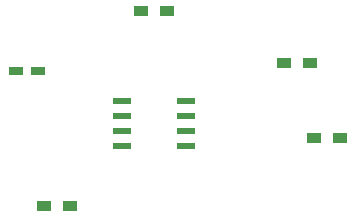
<source format=gbr>
G04 #@! TF.GenerationSoftware,KiCad,Pcbnew,(5.1.0-838-gcbea5149c)*
G04 #@! TF.CreationDate,2019-07-14T10:46:31-04:00*
G04 #@! TF.ProjectId,555BlinkingLED,35353542-6c69-46e6-9b69-6e674c45442e,rev?*
G04 #@! TF.SameCoordinates,Original*
G04 #@! TF.FileFunction,Paste,Top*
G04 #@! TF.FilePolarity,Positive*
%FSLAX46Y46*%
G04 Gerber Fmt 4.6, Leading zero omitted, Abs format (unit mm)*
G04 Created by KiCad (PCBNEW (5.1.0-838-gcbea5149c)) date 2019-07-14 10:46:31*
%MOMM*%
%LPD*%
G04 APERTURE LIST*
%ADD10R,1.550000X0.600000*%
%ADD11R,1.200000X0.900000*%
%ADD12R,1.200000X0.750000*%
G04 APERTURE END LIST*
D10*
X42385000Y-43180000D03*
X42385000Y-44450000D03*
X42385000Y-45720000D03*
X42385000Y-46990000D03*
X47785000Y-46990000D03*
X47785000Y-45720000D03*
X47785000Y-44450000D03*
X47785000Y-43180000D03*
D11*
X58590000Y-46355000D03*
X60790000Y-46355000D03*
X35730000Y-52070000D03*
X37930000Y-52070000D03*
X56050000Y-40005000D03*
X58250000Y-40005000D03*
X43985000Y-35560000D03*
X46185000Y-35560000D03*
D12*
X33340000Y-40640000D03*
X35240000Y-40640000D03*
M02*

</source>
